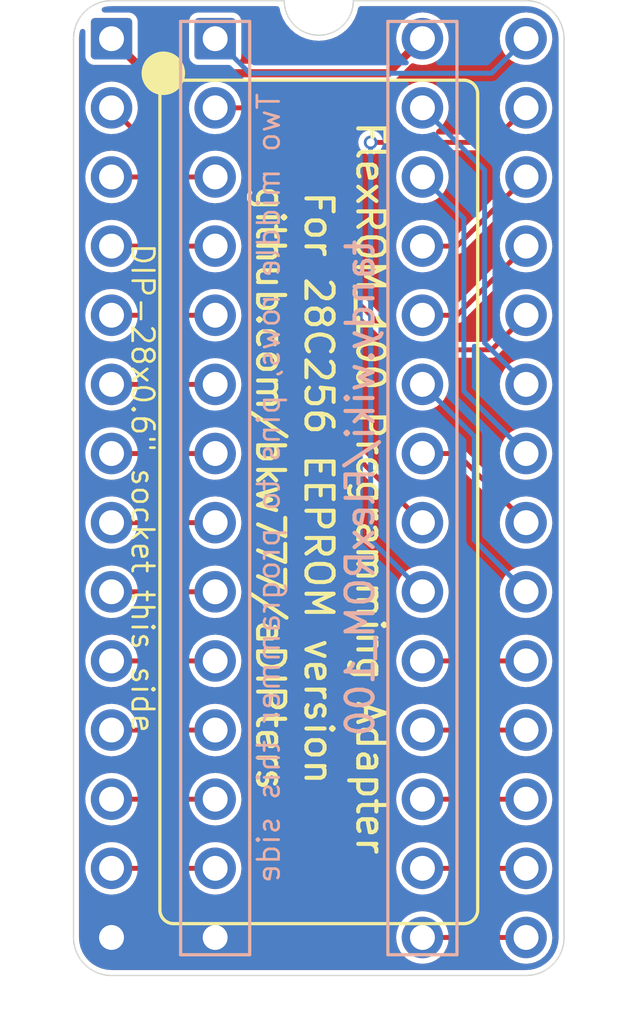
<source format=kicad_pcb>
(kicad_pcb (version 20211014) (generator pcbnew)
  (title_block (title "Programming Adapter for FlexROM_100") (date "2022-10-12") (rev "003") (company "Brian K. White - b.kenyon.w@gmail.com"))
  (layers (0 "F.Cu" signal) (31 "B.Cu" signal) (34 "B.Paste" user) (35 "F.Paste" user) (36 "B.SilkS" user "B.Silkscreen") (37 "F.SilkS" user "F.Silkscreen") (38 "B.Mask" user) (39 "F.Mask" user) (44 "Edge.Cuts" user))
  (net 0 "")
  (net 1 "/VCC")
  (net 2 "/D3")
  (net 3 "/A10")
  (net 4 "/D4")
  (net 5 "/A7")
  (net 6 "/D5")
  (net 7 "/A6")
  (net 8 "/D6")
  (net 9 "/A5")
  (net 10 "/D7")
  (net 11 "/A4")
  (net 12 "/A11")
  (net 13 "/A3")
  (net 14 "/~{OE}")
  (net 15 "/A2")
  (net 16 "/A13")
  (net 17 "/A1")
  (net 18 "/A0")
  (net 19 "/A12")
  (net 20 "/D0")
  (net 21 "/A9")
  (net 22 "/D1")
  (net 23 "/A8")
  (net 24 "/D2")
  (net 25 "/GND")
  (net 26 "/A14")
  (net 27 "/~{WE}")
  (net 28 "/~{CE}")
  (footprint "000_LOCAL:DIP28_0.6" (layer "F.Cu") (at 150 100)
    (fp_text reference "J1" hide)
    (fp_text value "LH535618 Socket")
    (pad "1" thru_hole roundrect locked (at -7.62 -16.51) (size 1.524 1.524) (drill 0.9144) (layers *.Cu *.Mask) (roundrect_rratio 0.1) (net 1 "/VCC"))
    (pad "2" thru_hole circle locked (at -7.62 -13.97) (size 1.524 1.524) (drill 0.9144) (layers *.Cu *.Mask) (net 3 "/A10"))
    (pad "3" thru_hole circle locked (at -7.62 -11.43) (size 1.524 1.524) (drill 0.9144) (layers *.Cu *.Mask) (net 5 "/A7"))
    (pad "4" thru_hole circle locked (at -7.62 -8.89) (size 1.524 1.524) (drill 0.9144) (layers *.Cu *.Mask) (net 7 "/A6"))
    (pad "5" thru_hole circle locked (at -7.62 -6.35) (size 1.524 1.524) (drill 0.9144) (layers *.Cu *.Mask) (net 9 "/A5"))
    (pad "6" thru_hole circle locked (at -7.62 -3.81) (size 1.524 1.524) (drill 0.9144) (layers *.Cu *.Mask) (net 11 "/A4"))
    (pad "7" thru_hole circle locked (at -7.62 -1.27) (size 1.524 1.524) (drill 0.9144) (layers *.Cu *.Mask) (net 13 "/A3"))
    (pad "8" thru_hole circle locked (at -7.62 1.27) (size 1.524 1.524) (drill 0.9144) (layers *.Cu *.Mask) (net 15 "/A2"))
    (pad "9" thru_hole circle locked (at -7.62 3.81) (size 1.524 1.524) (drill 0.9144) (layers *.Cu *.Mask) (net 17 "/A1"))
    (pad "10" thru_hole circle locked (at -7.62 6.35) (size 1.524 1.524) (drill 0.9144) (layers *.Cu *.Mask) (net 18 "/A0"))
    (pad "11" thru_hole circle locked (at -7.62 8.89) (size 1.524 1.524) (drill 0.9144) (layers *.Cu *.Mask) (net 20 "/D0"))
    (pad "12" thru_hole circle locked (at -7.62 11.43) (size 1.524 1.524) (drill 0.9144) (layers *.Cu *.Mask) (net 22 "/D1"))
    (pad "13" thru_hole circle locked (at -7.62 13.97) (size 1.524 1.524) (drill 0.9144) (layers *.Cu *.Mask) (net 24 "/D2"))
    (pad "14" thru_hole circle locked (at -7.62 16.51) (size 1.524 1.524) (drill 0.9144) (layers *.Cu *.Mask) (net 25 "/GND"))
    (pad "15" thru_hole circle locked (at 7.62 16.51) (size 1.524 1.524) (drill 0.9144) (layers *.Cu *.Mask) (net 2 "/D3"))
    (pad "16" thru_hole circle locked (at 7.62 13.97) (size 1.524 1.524) (drill 0.9144) (layers *.Cu *.Mask) (net 4 "/D4"))
    (pad "17" thru_hole circle locked (at 7.62 11.43) (size 1.524 1.524) (drill 0.9144) (layers *.Cu *.Mask) (net 6 "/D5"))
    (pad "18" thru_hole circle locked (at 7.62 8.89) (size 1.524 1.524) (drill 0.9144) (layers *.Cu *.Mask) (net 8 "/D6"))
    (pad "19" thru_hole circle locked (at 7.62 6.35) (size 1.524 1.524) (drill 0.9144) (layers *.Cu *.Mask) (net 10 "/D7"))
    (pad "20" thru_hole circle locked (at 7.62 3.81) (size 1.524 1.524) (drill 0.9144) (layers *.Cu *.Mask) (net 12 "/A11"))
    (pad "21" thru_hole circle locked (at 7.62 1.27) (size 1.524 1.524) (drill 0.9144) (layers *.Cu *.Mask) (net 14 "/~{OE}"))
    (pad "22" thru_hole circle locked (at 7.62 -1.27) (size 1.524 1.524) (drill 0.9144) (layers *.Cu *.Mask) (net 16 "/A13"))
    (pad "23" thru_hole circle locked (at 7.62 -3.81) (size 1.524 1.524) (drill 0.9144) (layers *.Cu *.Mask) (net 27 "/~{WE}"))
    (pad "24" thru_hole circle locked (at 7.62 -6.35) (size 1.524 1.524) (drill 0.9144) (layers *.Cu *.Mask) (net 19 "/A12"))
    (pad "25" thru_hole circle locked (at 7.62 -8.89) (size 1.524 1.524) (drill 0.9144) (layers *.Cu *.Mask) (net 21 "/A9"))
    (pad "26" thru_hole circle locked (at 7.62 -11.43) (size 1.524 1.524) (drill 0.9144) (layers *.Cu *.Mask) (net 23 "/A8"))
    (pad "27" thru_hole circle locked (at 7.62 -13.97) (size 1.524 1.524) (drill 0.9144) (layers *.Cu *.Mask) (net 28 "/~{CE}"))
    (pad "28" thru_hole circle locked (at 7.62 -16.51) (size 1.524 1.524) (drill 0.9144) (layers *.Cu *.Mask) (net 26 "/A14"))
  )
  (footprint "000_LOCAL:2x28_0.3_0.1_pins" (layer "F.Cu") (at 150 100)
    (fp_text reference "U1" hide)
    (fp_text value "28C256 pinout to programmer")
    (pad "1" thru_hole roundrect locked (at -3.81 -16.51) (size 1.524 1.524) (drill 0.9144) (layers *.Cu *.Mask) (roundrect_rratio 0.1) (net 26 "/A14"))
    (pad "2" thru_hole circle locked (at -3.81 -13.97) (size 1.524 1.524) (drill 0.9144) (layers *.Cu *.Mask) (net 19 "/A12"))
    (pad "3" thru_hole circle locked (at -3.81 -11.43) (size 1.524 1.524) (drill 0.9144) (layers *.Cu *.Mask) (net 5 "/A7"))
    (pad "4" thru_hole circle locked (at -3.81 -8.89) (size 1.524 1.524) (drill 0.9144) (layers *.Cu *.Mask) (net 7 "/A6"))
    (pad "5" thru_hole circle locked (at -3.81 -6.35) (size 1.524 1.524) (drill 0.9144) (layers *.Cu *.Mask) (net 9 "/A5"))
    (pad "6" thru_hole circle locked (at -3.81 -3.81) (size 1.524 1.524) (drill 0.9144) (layers *.Cu *.Mask) (net 11 "/A4"))
    (pad "7" thru_hole circle locked (at -3.81 -1.27) (size 1.524 1.524) (drill 0.9144) (layers *.Cu *.Mask) (net 13 "/A3"))
    (pad "8" thru_hole circle locked (at -3.81 1.27) (size 1.524 1.524) (drill 0.9144) (layers *.Cu *.Mask) (net 15 "/A2"))
    (pad "9" thru_hole circle locked (at -3.81 3.81) (size 1.524 1.524) (drill 0.9144) (layers *.Cu *.Mask) (net 17 "/A1"))
    (pad "10" thru_hole circle locked (at -3.81 6.35) (size 1.524 1.524) (drill 0.9144) (layers *.Cu *.Mask) (net 18 "/A0"))
    (pad "11" thru_hole circle locked (at -3.81 8.89) (size 1.524 1.524) (drill 0.9144) (layers *.Cu *.Mask) (net 20 "/D0"))
    (pad "12" thru_hole circle locked (at -3.81 11.43) (size 1.524 1.524) (drill 0.9144) (layers *.Cu *.Mask) (net 22 "/D1"))
    (pad "13" thru_hole circle locked (at -3.81 13.97) (size 1.524 1.524) (drill 0.9144) (layers *.Cu *.Mask) (net 24 "/D2"))
    (pad "14" thru_hole circle locked (at -3.81 16.51) (size 1.524 1.524) (drill 0.9144) (layers *.Cu *.Mask) (net 25 "/GND"))
    (pad "15" thru_hole circle locked (at 3.81 16.51) (size 1.524 1.524) (drill 0.9144) (layers *.Cu *.Mask) (net 2 "/D3"))
    (pad "16" thru_hole circle locked (at 3.81 13.97) (size 1.524 1.524) (drill 0.9144) (layers *.Cu *.Mask) (net 4 "/D4"))
    (pad "17" thru_hole circle locked (at 3.81 11.43) (size 1.524 1.524) (drill 0.9144) (layers *.Cu *.Mask) (net 6 "/D5"))
    (pad "18" thru_hole circle locked (at 3.81 8.89) (size 1.524 1.524) (drill 0.9144) (layers *.Cu *.Mask) (net 8 "/D6"))
    (pad "19" thru_hole circle locked (at 3.81 6.35) (size 1.524 1.524) (drill 0.9144) (layers *.Cu *.Mask) (net 10 "/D7"))
    (pad "20" thru_hole circle locked (at 3.81 3.81) (size 1.524 1.524) (drill 0.9144) (layers *.Cu *.Mask) (net 28 "/~{CE}"))
    (pad "21" thru_hole circle locked (at 3.81 1.27) (size 1.524 1.524) (drill 0.9144) (layers *.Cu *.Mask) (net 3 "/A10"))
    (pad "22" thru_hole circle locked (at 3.81 -1.27) (size 1.524 1.524) (drill 0.9144) (layers *.Cu *.Mask) (net 14 "/~{OE}"))
    (pad "23" thru_hole circle locked (at 3.81 -3.81) (size 1.524 1.524) (drill 0.9144) (layers *.Cu *.Mask) (net 12 "/A11"))
    (pad "24" thru_hole circle locked (at 3.81 -6.35) (size 1.524 1.524) (drill 0.9144) (layers *.Cu *.Mask) (net 21 "/A9"))
    (pad "25" thru_hole circle locked (at 3.81 -8.89) (size 1.524 1.524) (drill 0.9144) (layers *.Cu *.Mask) (net 23 "/A8"))
    (pad "26" thru_hole circle locked (at 3.81 -11.43) (size 1.524 1.524) (drill 0.9144) (layers *.Cu *.Mask) (net 16 "/A13"))
    (pad "27" thru_hole circle locked (at 3.81 -13.97) (size 1.524 1.524) (drill 0.9144) (layers *.Cu *.Mask) (net 27 "/~{WE}"))
    (pad "28" thru_hole circle locked (at 3.81 -16.51) (size 1.524 1.524) (drill 0.9144) (layers *.Cu *.Mask) (net 1 "/VCC"))
  )
  (gr_line (start 152.54 82.855) (end 155.08 82.855) (layer "B.SilkS") (width 0.12))
  (gr_line (start 144.92 82.855) (end 147.46 82.855) (layer "B.SilkS") (width 0.12))
  (gr_line (start 152.54 117.145) (end 152.54 82.855) (layer "B.SilkS") (width 0.12))
  (gr_line (start 147.46 117.145) (end 144.92 117.145) (layer "B.SilkS") (width 0.12))
  (gr_line (start 155.08 117.145) (end 152.54 117.145) (layer "B.SilkS") (width 0.12))
  (gr_line (start 144.92 117.145) (end 144.92 82.855) (layer "B.SilkS") (width 0.12))
  (gr_line (start 155.08 82.855) (end 155.08 117.145) (layer "B.SilkS") (width 0.12))
  (gr_line (start 147.46 82.855) (end 147.46 117.145) (layer "B.SilkS") (width 0.12))
  (gr_line (start 155.842 85.522) (end 155.842 115.494) (layer "F.SilkS") (width 0.12))
  (gr_arc (start 144.666 116.002) (mid 144.30679 115.85321) (end 144.158 115.494) (layer "F.SilkS") (width 0.12))
  (gr_arc (start 144.158 85.522) (mid 144.30679 85.16279) (end 144.666 85.014) (layer "F.SilkS") (width 0.12))
  (gr_line (start 144.666 85.014) (end 155.334 85.014) (layer "F.SilkS") (width 0.12))
  (gr_arc (start 155.334 85.014) (mid 155.69321 85.16279) (end 155.842 85.522) (layer "F.SilkS") (width 0.12))
  (gr_line (start 144.666 116.002) (end 155.334 116.002) (layer "F.SilkS") (width 0.12))
  (gr_line (start 144.158 85.522) (end 144.158 115.494) (layer "F.SilkS") (width 0.12))
  (gr_arc (start 155.842 115.494) (mid 155.69321 115.85321) (end 155.334 116.002) (layer "F.SilkS") (width 0.12))
  (gr_circle (center 144.285 84.76) (end 144.685 84.76) (layer "F.SilkS") (width 0.8) (fill none))
  (gr_line (start 140.983 116.51) (end 140.983 83.49) (layer "Edge.Cuts") (width 0.05))
  (gr_arc (start 159.017 116.51) (mid 158.607828 117.497828) (end 157.62 117.907) (layer "Edge.Cuts") (width 0.05))
  (gr_line (start 157.62 117.907) (end 142.38 117.907) (layer "Edge.Cuts") (width 0.05))
  (gr_line (start 151.27 82.093) (end 157.62 82.093) (layer "Edge.Cuts") (width 0.05))
  (gr_arc (start 157.62 82.093) (mid 158.607828 82.502172) (end 159.017 83.49) (layer "Edge.Cuts") (width 0.05))
  (gr_arc (start 142.38 117.907) (mid 141.392172 117.497828) (end 140.983 116.51) (layer "Edge.Cuts") (width 0.05))
  (gr_arc (start 151.27 82.093) (mid 150 83.363) (end 148.73 82.093) (layer "Edge.Cuts") (width 0.05))
  (gr_line (start 159.017 116.51) (end 159.017 83.49) (layer "Edge.Cuts") (width 0.05))
  (gr_arc (start 140.983 83.49) (mid 141.392172 82.502172) (end 142.38 82.093) (layer "Edge.Cuts") (width 0.05))
  (gr_line (start 142.38 82.093) (end 148.73 82.093) (layer "Edge.Cuts") (width 0.05))
  (gr_text "tandy.wiki/FlexROM_100" (at 151.524 100 90) (layer "B.SilkS") (effects (font (size 1 1)) (justify mirror)))
  (gr_text "Two middle rows, pins to programmer this side" (at 148.1585 100 90) (layer "B.SilkS") (effects (font (size 0.8 0.8) (thickness 0.1)) (justify mirror)))
  (gr_text "For 28C256 EEPROM version" (at 150 100 -90) (layer "F.SilkS") (effects (font (size 1 1))))
  (gr_text "FlexROM_100 Programming Adapter" (at 151.905 100 -90) (layer "F.SilkS") (effects (font (size 1 1))))
  (gr_text "github.com/bkw777/aDIPters" (at 148.222 100 -90) (layer "F.SilkS") (effects (font (size 1 1))))
  (gr_text "DIP-28x0.6\" socket this side" (at 143.523 100 -90) (layer "F.SilkS") (effects (font (size 0.8 0.8) (thickness 0.1))))
  (segment (start 152.54 84.76) (end 153.81 83.49) (width 0.3) (layer "F.Cu") (net 1))
  (segment (start 143.65 84.76) (end 152.54 84.76) (width 0.3) (layer "F.Cu") (net 1))
  (segment (start 142.38 83.49) (end 143.65 84.76) (width 0.3) (layer "F.Cu") (net 1))
  (segment (start 153.81 116.51) (end 157.62 116.51) (width 0.18) (layer "F.Cu") (net 2))
  (segment (start 147.2695 87.3) (end 149.365 89.3955) (width 0.18) (layer "F.Cu") (net 3))
  (segment (start 143.65 87.3) (end 147.2695 87.3) (width 0.18) (layer "F.Cu") (net 3))
  (segment (start 149.365 96.825) (end 153.81 101.27) (width 0.18) (layer "F.Cu") (net 3))
  (segment (start 142.38 86.03) (end 143.65 87.3) (width 0.18) (layer "F.Cu") (net 3))
  (segment (start 149.365 89.3955) (end 149.365 96.825) (width 0.18) (layer "F.Cu") (net 3))
  (segment (start 153.81 113.97) (end 157.62 113.97) (width 0.18) (layer "F.Cu") (net 4))
  (segment (start 142.38 88.57) (end 146.19 88.57) (width 0.18) (layer "F.Cu") (net 5))
  (segment (start 153.81 111.43) (end 157.62 111.43) (width 0.18) (layer "F.Cu") (net 6))
  (segment (start 142.38 91.11) (end 146.19 91.11) (width 0.18) (layer "F.Cu") (net 7))
  (segment (start 153.81 108.89) (end 157.62 108.89) (width 0.18) (layer "F.Cu") (net 8))
  (segment (start 142.38 93.65) (end 146.19 93.65) (width 0.18) (layer "F.Cu") (net 9))
  (segment (start 153.81 106.35) (end 157.62 106.35) (width 0.18) (layer "F.Cu") (net 10))
  (segment (start 142.38 96.19) (end 146.19 96.19) (width 0.18) (layer "F.Cu") (net 11))
  (segment (start 155.715 98.095) (end 153.81 96.19) (width 0.18) (layer "B.Cu") (net 12))
  (segment (start 157.62 103.81) (end 155.715 101.905) (width 0.18) (layer "B.Cu") (net 12))
  (segment (start 155.715 101.905) (end 155.715 98.095) (width 0.18) (layer "B.Cu") (net 12))
  (segment (start 142.38 98.73) (end 146.19 98.73) (width 0.18) (layer "F.Cu") (net 13))
  (segment (start 155.08 98.73) (end 153.81 98.73) (width 0.18) (layer "F.Cu") (net 14))
  (segment (start 157.62 101.27) (end 155.08 98.73) (width 0.18) (layer "F.Cu") (net 14))
  (segment (start 142.38 101.27) (end 146.19 101.27) (width 0.18) (layer "F.Cu") (net 15))
  (segment (start 155.334 90.094) (end 153.81 88.57) (width 0.18) (layer "B.Cu") (net 16))
  (segment (start 157.62 98.73) (end 155.334 96.444) (width 0.18) (layer "B.Cu") (net 16))
  (segment (start 155.334 96.444) (end 155.334 90.094) (width 0.18) (layer "B.Cu") (net 16))
  (segment (start 142.38 103.81) (end 146.19 103.81) (width 0.18) (layer "F.Cu") (net 17))
  (segment (start 142.38 106.35) (end 146.19 106.35) (width 0.18) (layer "F.Cu") (net 18))
  (segment (start 153.175 94.92) (end 150.635 92.38) (width 0.18) (layer "F.Cu") (net 19))
  (segment (start 147.46 86.03) (end 146.19 86.03) (width 0.18) (layer "F.Cu") (net 19))
  (segment (start 150.635 92.38) (end 150.635 89.205) (width 0.18) (layer "F.Cu") (net 19))
  (segment (start 157.62 93.65) (end 156.35 94.92) (width 0.18) (layer "F.Cu") (net 19))
  (segment (start 156.35 94.92) (end 153.175 94.92) (width 0.18) (layer "F.Cu") (net 19))
  (segment (start 150.635 89.205) (end 147.46 86.03) (width 0.18) (layer "F.Cu") (net 19))
  (segment (start 142.38 108.89) (end 146.19 108.89) (width 0.18) (layer "F.Cu") (net 20))
  (segment (start 155.08 93.65) (end 157.62 91.11) (width 0.18) (layer "F.Cu") (net 21))
  (segment (start 153.81 93.65) (end 155.08 93.65) (width 0.18) (layer "F.Cu") (net 21))
  (segment (start 142.38 111.43) (end 146.19 111.43) (width 0.18) (layer "F.Cu") (net 22))
  (segment (start 155.08 91.11) (end 157.62 88.57) (width 0.18) (layer "F.Cu") (net 23))
  (segment (start 153.81 91.11) (end 155.08 91.11) (width 0.18) (layer "F.Cu") (net 23))
  (segment (start 142.38 113.97) (end 146.19 113.97) (width 0.18) (layer "F.Cu") (net 24))
  (segment (start 147.46 84.76) (end 156.35 84.76) (width 0.18) (layer "B.Cu") (net 26))
  (segment (start 156.35 84.76) (end 157.62 83.49) (width 0.18) (layer "B.Cu") (net 26))
  (segment (start 146.19 83.49) (end 147.46 84.76) (width 0.18) (layer "B.Cu") (net 26))
  (segment (start 157.62 96.19) (end 156.096 94.666) (width 0.18) (layer "B.Cu") (net 27))
  (segment (start 156.096 94.666) (end 156.096 88.316) (width 0.18) (layer "B.Cu") (net 27))
  (segment (start 156.096 88.316) (end 153.81 86.03) (width 0.18) (layer "B.Cu") (net 27))
  (segment (start 156.35 87.3) (end 151.905 87.3) (width 0.18) (layer "F.Cu") (net 28))
  (segment (start 157.62 86.03) (end 156.35 87.3) (width 0.18) (layer "F.Cu") (net 28))
  (via (at 151.905 87.3) (size 0.5) (drill 0.3) (layers "F.Cu" "B.Cu") (net 28))
  (segment (start 151.905 87.3) (end 151.905 87.3) (width 0.18) (layer "B.Cu") (net 28))
  (segment (start 153.81 103.81) (end 151.905 101.905) (width 0.18) (layer "B.Cu") (net 28))
  (segment (start 151.905 101.905) (end 151.905 87.3) (width 0.18) (layer "B.Cu") (net 28))
  (zone (net 25) (net_name "/GND") (layer "F.Cu") (connect_pads yes (clearance 0.2)) (min_thickness 0.2) (fill yes (thermal_gap 0.508) (thermal_bridge_width 0.508))
    (polygon (pts (xy 159.017 117.907) (xy 140.983 117.907) (xy 140.983 82.093) (xy 159.017 82.093)))
  )
  (zone (net 25) (net_name "/GND") (layer "B.Cu") (connect_pads yes (clearance 0.2)) (min_thickness 0.2) (fill yes (thermal_gap 0.508) (thermal_bridge_width 0.508))
    (polygon (pts (xy 159.017 117.907) (xy 140.983 117.907) (xy 140.983 82.093) (xy 159.017 82.093)))
  )
)
</source>
